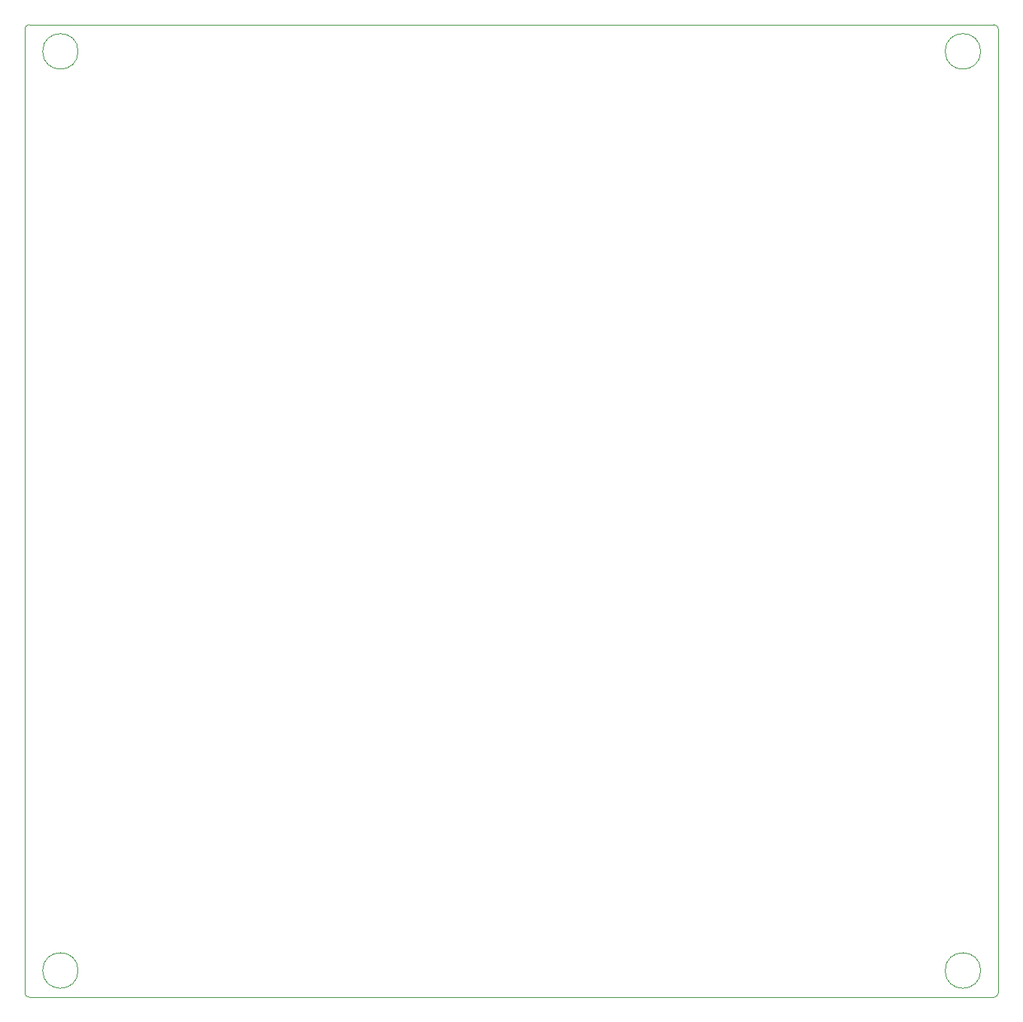
<source format=gbr>
%TF.GenerationSoftware,KiCad,Pcbnew,7.0.2*%
%TF.CreationDate,2023-07-23T02:14:46-06:00*%
%TF.ProjectId,dc31,64633331-2e6b-4696-9361-645f70636258,1.1*%
%TF.SameCoordinates,Original*%
%TF.FileFunction,Profile,NP*%
%FSLAX46Y46*%
G04 Gerber Fmt 4.6, Leading zero omitted, Abs format (unit mm)*
G04 Created by KiCad (PCBNEW 7.0.2) date 2023-07-23 02:14:46*
%MOMM*%
%LPD*%
G01*
G04 APERTURE LIST*
%TA.AperFunction,Profile*%
%ADD10C,0.100000*%
%TD*%
%TA.AperFunction,Profile*%
%ADD11C,0.050000*%
%TD*%
G04 APERTURE END LIST*
D10*
X97313554Y-149846446D02*
G75*
G03*
X97813554Y-150346446I500046J46D01*
G01*
X97313554Y-41353554D02*
X97313554Y-149846446D01*
D11*
X103320000Y-147340000D02*
G75*
G03*
X103320000Y-147340000I-2000000J0D01*
G01*
D10*
X206486446Y-40853554D02*
X97813554Y-40853554D01*
D11*
X204980000Y-147340000D02*
G75*
G03*
X204980000Y-147340000I-2000000J0D01*
G01*
D10*
X97813554Y-40853554D02*
G75*
G03*
X97313554Y-41353554I46J-500046D01*
G01*
D11*
X103320000Y-43860000D02*
G75*
G03*
X103320000Y-43860000I-2000000J0D01*
G01*
D10*
X97813554Y-150346446D02*
X206486446Y-150346446D01*
X206986446Y-41353554D02*
G75*
G03*
X206486446Y-40853554I-500046J-46D01*
G01*
X206986446Y-149846446D02*
X206986446Y-41353554D01*
D11*
X204980000Y-43860000D02*
G75*
G03*
X204980000Y-43860000I-2000000J0D01*
G01*
D10*
X206486446Y-150346446D02*
G75*
G03*
X206986446Y-149846446I-46J500046D01*
G01*
M02*

</source>
